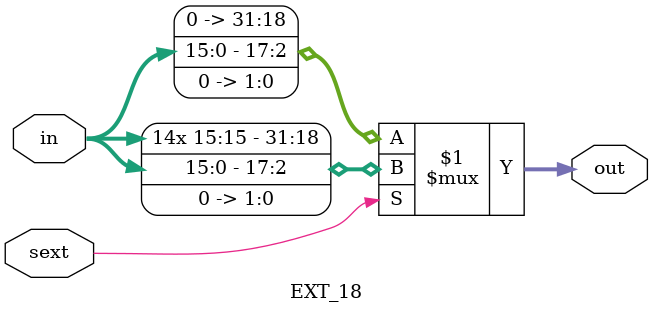
<source format=v>
`timescale 1ns / 1ps

module EXT_18 #(parameter WIDTH=16)(in,out,sext);
    input [15:0] in;
    output [31:0] out;
    input sext;
    assign out=sext? {{(30-WIDTH){in[WIDTH-1]}},in,2'b0} : {14'b0,in,2'b0};
endmodule


</source>
